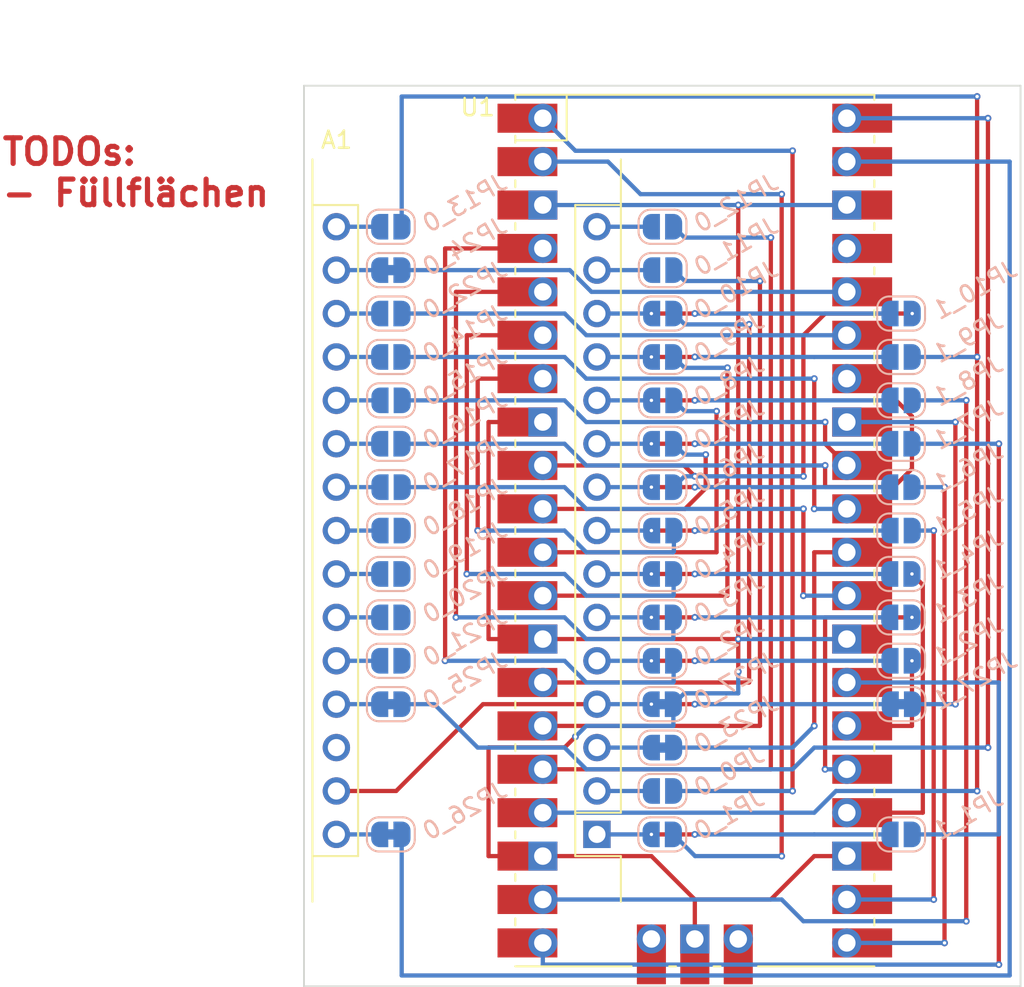
<source format=kicad_pcb>
(kicad_pcb (version 20211014) (generator pcbnew)
  (layers (0 "F.Cu" signal) (31 "B.Cu" signal) (34 "B.Paste" user) (35 "F.Paste" user) (36 "B.SilkS" user "B.Silkscreen") (37 "F.SilkS" user "F.Silkscreen") (38 "B.Mask" user) (39 "F.Mask" user) (44 "Edge.Cuts" user))
  (net 0 "")
  (net 1 "/GPIO1")
  (net 2 "/GPIO0")
  (net 3 "GND")
  (net 4 "/GPIO2")
  (net 5 "/GPIO3")
  (net 6 "/GPIO4")
  (net 7 "/GPIO5")
  (net 8 "/GPIO6")
  (net 9 "/GPIO7")
  (net 10 "/GPIO8")
  (net 11 "/GPIO9")
  (net 12 "/GPIO10")
  (net 13 "/GPIO11")
  (net 14 "/GPIO12")
  (net 15 "/GPIO13")
  (net 16 "/GPIO26_ADC0")
  (net 17 "/GPIO27_ADC1")
  (net 18 "/GPIO14")
  (net 19 "/GPIO15")
  (net 20 "/GPIO16")
  (net 21 "/GPIO17")
  (net 22 "/GPIO18")
  (net 23 "/GPIO19")
  (net 24 "/GPIO20")
  (net 25 "/GPIO21")
  (net 26 "/GPIO22")
  (net 27 "/RUN")
  (net 28 "/GPIO28_ADC2")
  (net 29 "/ADC_VREF")
  (net 30 "/3V3")
  (net 31 "/VSYS")
  (net 32 "/VBUS")
  (net 33 "/D0{slash}RX")
  (net 34 "/D1{slash}TX")
  (net 35 "/~{RESET}")
  (net 36 "/D2")
  (net 37 "/D3")
  (net 38 "/D4")
  (net 39 "/D5")
  (net 40 "/D6")
  (net 41 "/D7")
  (net 42 "/D8")
  (net 43 "/D9")
  (net 44 "/D10")
  (net 45 "/D11")
  (net 46 "/D12")
  (net 47 "/D13")
  (net 48 "/A0")
  (net 49 "/A1")
  (net 50 "/A2")
  (net 51 "/A3")
  (net 52 "/A4")
  (net 53 "/A5")
  (net 54 "/A6")
  (net 55 "/A7")
  (net 56 "/+5V")
  (net 57 "/VIN")
  (net 58 "/AGND")
  (net 59 "/AREF")
  (net 63 "/3V3_pico")
  (net 64 "/GND_pico")
  (footprint "MCU_RaspberryPi_and_Boards:RPi_Pico_SMD_TH" (layer "F.Cu") (at 153.67 107.315)
    (fp_text reference "U1")
    (fp_text value "Pico")
  )
  (footprint "Module:Arduino_Nano_WithMountingHoles" (layer "F.Cu") (at 147.945 125.095 180)
    (fp_text reference "A1")
    (fp_text value "Arduino_Nano_v3.x" hide)
  )
  (footprint "Jumper:SolderJumper-2_P1.3mm_Open_RoundedPad1.0x1.5mm" (layer "B.Cu") (at 151.78 102.235)
    (fp_text reference "JP7_0")
    (fp_text value "SolderJumper_2_Open" hide)
  )
  (footprint "Jumper:SolderJumper-2_P1.3mm_Open_RoundedPad1.0x1.5mm" (layer "B.Cu") (at 165.72 104.775)
    (fp_text reference "JP6_1")
    (fp_text value "SolderJumper_2_Open" hide)
  )
  (footprint "Jumper:SolderJumper-2_P1.3mm_Open_RoundedPad1.0x1.5mm" (layer "B.Cu") (at 135.905 107.315)
    (fp_text reference "JP18_0")
    (fp_text value "SolderJumper_2_Open" hide)
  )
  (footprint "Jumper:SolderJumper-2_P1.3mm_Open_RoundedPad1.0x1.5mm" (layer "B.Cu") (at 151.795 92.075)
    (fp_text reference "JP11_0")
    (fp_text value "SolderJumper_2_Open" hide)
  )
  (footprint "Jumper:SolderJumper-2_P1.3mm_Bridged_RoundedPad1.0x1.5mm" (layer "B.Cu") (at 165.75 117.475)
    (fp_text reference "JP27_1")
    (fp_text value "SolderJumper_2_Bridged" hide)
  )
  (footprint "Jumper:SolderJumper-2_P1.3mm_Open_RoundedPad1.0x1.5mm" (layer "B.Cu") (at 165.735 97.155)
    (fp_text reference "JP9_1")
    (fp_text value "SolderJumper_2_Open" hide)
  )
  (footprint "Jumper:SolderJumper-2_P1.3mm_Open_RoundedPad1.0x1.5mm" (layer "B.Cu") (at 135.905 104.775)
    (fp_text reference "JP17_0")
    (fp_text value "SolderJumper_2_Open" hide)
  )
  (footprint "Jumper:SolderJumper-2_P1.3mm_Open_RoundedPad1.0x1.5mm" (layer "B.Cu") (at 151.765 112.395)
    (fp_text reference "JP3_0")
    (fp_text value "SolderJumper_2_Open" hide)
  )
  (footprint "Jumper:SolderJumper-2_P1.3mm_Open_RoundedPad1.0x1.5mm" (layer "B.Cu") (at 151.78 114.935)
    (fp_text reference "JP2_0")
    (fp_text value "SolderJumper_2_Open" hide)
  )
  (footprint "Jumper:SolderJumper-2_P1.3mm_Bridged_RoundedPad1.0x1.5mm" (layer "B.Cu") (at 135.89 92.075)
    (fp_text reference "JP24_0")
    (fp_text value "SolderJumper_2_Bridged" hide)
  )
  (footprint "Jumper:SolderJumper-2_P1.3mm_Open_RoundedPad1.0x1.5mm" (layer "B.Cu") (at 165.72 109.855)
    (fp_text reference "JP4_1")
    (fp_text value "SolderJumper_2_Open" hide)
  )
  (footprint "Jumper:SolderJumper-2_P1.3mm_Open_RoundedPad1.0x1.5mm" (layer "B.Cu") (at 151.765 125.095)
    (fp_text reference "JP1_0")
    (fp_text value "SolderJumper_2_Open" hide)
  )
  (footprint "Jumper:SolderJumper-2_P1.3mm_Bridged_RoundedPad1.0x1.5mm" (layer "B.Cu") (at 151.765 117.475)
    (fp_text reference "JP27_0")
    (fp_text value "SolderJumper_2_Bridged" hide)
  )
  (footprint "Jumper:SolderJumper-2_P1.3mm_Open_RoundedPad1.0x1.5mm" (layer "B.Cu") (at 165.735 107.315)
    (fp_text reference "JP5_1")
    (fp_text value "SolderJumper_2_Open" hide)
  )
  (footprint "Jumper:SolderJumper-2_P1.3mm_Open_RoundedPad1.0x1.5mm" (layer "B.Cu") (at 165.72 112.395)
    (fp_text reference "JP3_1")
    (fp_text value "SolderJumper_2_Open" hide)
  )
  (footprint "Jumper:SolderJumper-2_P1.3mm_Open_RoundedPad1.0x1.5mm" (layer "B.Cu") (at 151.78 89.535)
    (fp_text reference "JP12_0")
    (fp_text value "SolderJumper_2_Open" hide)
  )
  (footprint "Jumper:SolderJumper-2_P1.3mm_Open_RoundedPad1.0x1.5mm" (layer "B.Cu") (at 151.78 104.775)
    (fp_text reference "JP6_0")
    (fp_text value "SolderJumper_2_Open" hide)
  )
  (footprint "Jumper:SolderJumper-2_P1.3mm_Open_RoundedPad1.0x1.5mm" (layer "B.Cu") (at 151.795 94.615)
    (fp_text reference "JP10_0")
    (fp_text value "SolderJumper_2_Open" hide)
  )
  (footprint "Jumper:SolderJumper-2_P1.3mm_Open_RoundedPad1.0x1.5mm" (layer "B.Cu") (at 151.78 122.555)
    (fp_text reference "JP0_0")
    (fp_text value "SolderJumper_2_Open" hide)
  )
  (footprint "Jumper:SolderJumper-2_P1.3mm_Bridged_RoundedPad1.0x1.5mm" (layer "B.Cu") (at 135.89 117.475)
    (fp_text reference "JP25_0")
    (fp_text value "SolderJumper_2_Bridged" hide)
  )
  (footprint "Jumper:SolderJumper-2_P1.3mm_Open_RoundedPad1.0x1.5mm" (layer "B.Cu") (at 135.89 97.155)
    (fp_text reference "JP14_0")
    (fp_text value "SolderJumper_2_Open" hide)
  )
  (footprint "Jumper:SolderJumper-2_P1.3mm_Open_RoundedPad1.0x1.5mm" (layer "B.Cu") (at 135.905 99.695)
    (fp_text reference "JP15_0")
    (fp_text value "SolderJumper_2_Open" hide)
  )
  (footprint "Jumper:SolderJumper-2_P1.3mm_Bridged_RoundedPad1.0x1.5mm" (layer "B.Cu") (at 135.89 125.095)
    (fp_text reference "JP26_0")
    (fp_text value "SolderJumper_2_Bridged" hide)
  )
  (footprint "Jumper:SolderJumper-2_P1.3mm_Open_RoundedPad1.0x1.5mm" (layer "B.Cu") (at 151.795 99.695)
    (fp_text reference "JP8_0")
    (fp_text value "SolderJumper_2_Open" hide)
  )
  (footprint "Jumper:SolderJumper-2_P1.3mm_Open_RoundedPad1.0x1.5mm" (layer "B.Cu") (at 165.735 94.615)
    (fp_text reference "JP10_1")
    (fp_text value "SolderJumper_2_Open" hide)
  )
  (footprint "Jumper:SolderJumper-2_P1.3mm_Open_RoundedPad1.0x1.5mm" (layer "B.Cu") (at 151.795 107.315)
    (fp_text reference "JP5_0")
    (fp_text value "SolderJumper_2_Open" hide)
  )
  (footprint "Jumper:SolderJumper-2_P1.3mm_Open_RoundedPad1.0x1.5mm" (layer "B.Cu") (at 135.89 94.615)
    (fp_text reference "JP22_0")
    (fp_text value "SolderJumper_2_Open" hide)
  )
  (footprint "Jumper:SolderJumper-2_P1.3mm_Open_RoundedPad1.0x1.5mm" (layer "B.Cu") (at 135.89 89.535)
    (fp_text reference "JP13_0")
    (fp_text value "SolderJumper_2_Open" hide)
  )
  (footprint "Jumper:SolderJumper-2_P1.3mm_Open_RoundedPad1.0x1.5mm" (layer "B.Cu") (at 165.735 114.935)
    (fp_text reference "JP2_1")
    (fp_text value "SolderJumper_2_Open" hide)
  )
  (footprint "Jumper:SolderJumper-2_P1.3mm_Open_RoundedPad1.0x1.5mm" (layer "B.Cu") (at 135.89 109.855)
    (fp_text reference "JP19_0")
    (fp_text value "SolderJumper_2_Open" hide)
  )
  (footprint "Jumper:SolderJumper-2_P1.3mm_Open_RoundedPad1.0x1.5mm" (layer "B.Cu") (at 165.72 102.235)
    (fp_text reference "JP7_1")
    (fp_text value "SolderJumper_2_Open" hide)
  )
  (footprint "Jumper:SolderJumper-2_P1.3mm_Open_RoundedPad1.0x1.5mm" (layer "B.Cu") (at 135.89 114.935)
    (fp_text reference "JP21_0")
    (fp_text value "SolderJumper_2_Open" hide)
  )
  (footprint "Jumper:SolderJumper-2_P1.3mm_Open_RoundedPad1.0x1.5mm" (layer "B.Cu") (at 135.89 102.235)
    (fp_text reference "JP16_0")
    (fp_text value "SolderJumper_2_Open" hide)
  )
  (footprint "Jumper:SolderJumper-2_P1.3mm_Open_RoundedPad1.0x1.5mm" (layer "B.Cu") (at 165.735 99.695)
    (fp_text reference "JP8_1")
    (fp_text value "SolderJumper_2_Open" hide)
  )
  (footprint "Jumper:SolderJumper-2_P1.3mm_Open_RoundedPad1.0x1.5mm" (layer "B.Cu") (at 151.78 97.155)
    (fp_text reference "JP9_0")
    (fp_text value "SolderJumper_2_Open" hide)
  )
  (footprint "Jumper:SolderJumper-2_P1.3mm_Open_RoundedPad1.0x1.5mm" (layer "B.Cu") (at 135.89 112.395)
    (fp_text reference "JP20_0")
    (fp_text value "SolderJumper_2_Open" hide)
  )
  (footprint "Jumper:SolderJumper-2_P1.3mm_Bridged_RoundedPad1.0x1.5mm" (layer "B.Cu") (at 151.78 120.015)
    (fp_text reference "JP23_0")
    (fp_text value "SolderJumper_2_Bridged" hide)
  )
  (footprint "Jumper:SolderJumper-2_P1.3mm_Open_RoundedPad1.0x1.5mm" (layer "B.Cu") (at 151.78 109.855)
    (fp_text reference "JP4_0")
    (fp_text value "SolderJumper_2_Open" hide)
  )
  (footprint "Jumper:SolderJumper-2_P1.3mm_Open_RoundedPad1.0x1.5mm" (layer "B.Cu") (at 165.735 125.095)
    (fp_text reference "JP1_1")
    (fp_text value "SolderJumper_2_Open" hide)
  )
  (gr_line (start 172.72 133.985) (end 130.81 133.985) (layer "Edge.Cuts") (width 0.1))
  (gr_line (start 172.72 81.28) (end 172.72 133.985) (layer "Edge.Cuts") (width 0.1))
  (gr_line (start 130.81 81.28) (end 172.72 81.28) (layer "Edge.Cuts") (width 0.1))
  (gr_line (start 130.81 133.985) (end 130.81 81.28) (layer "Edge.Cuts") (width 0.1))
  (gr_text "TODOs:\n- Füllflächen" (at 113.03 86.36) (layer "F.Cu") (effects (font (size 1.5 1.5) (thickness 0.3)) (justify left)))
  (segment (start 158.75 87.63) (end 158.75 126.365) (width 0.25) (layer "F.Cu") (net 1))
  (via (at 158.75 126.365) (size 0.4) (drill 0.2) (layers "F.Cu" "B.Cu") (net 1))
  (via (at 158.75 87.63) (size 0.4) (drill 0.2) (layers "F.Cu" "B.Cu") (net 1))
  (segment (start 148.59 85.725) (end 144.78 85.725) (width 0.25) (layer "B.Cu") (net 1))
  (segment (start 158.75 87.63) (end 150.495 87.63) (width 0.25) (layer "B.Cu") (net 1))
  (segment (start 158.75 126.365) (end 153.685 126.365) (width 0.25) (layer "B.Cu") (net 1))
  (segment (start 153.685 126.365) (end 152.415 125.095) (width 0.25) (layer "B.Cu") (net 1))
  (segment (start 150.495 87.63) (end 148.59 85.725) (width 0.25) (layer "B.Cu") (net 1))
  (segment (start 159.385 85.09) (end 159.385 122.555) (width 0.25) (layer "F.Cu") (net 2))
  (via (at 159.385 85.09) (size 0.4) (drill 0.2) (layers "F.Cu" "B.Cu") (net 2))
  (via (at 159.385 122.555) (size 0.4) (drill 0.2) (layers "F.Cu" "B.Cu") (net 2))
  (segment (start 159.385 122.555) (end 152.43 122.555) (width 0.25) (layer "B.Cu") (net 2))
  (segment (start 146.685 85.09) (end 144.78 83.185) (width 0.25) (layer "B.Cu") (net 2))
  (segment (start 159.385 85.09) (end 146.685 85.09) (width 0.25) (layer "B.Cu") (net 2))
  (segment (start 153.67 117.475) (end 151.13 117.475) (width 0.25) (layer "F.Cu") (net 3))
  (segment (start 136.2025 122.555) (end 132.705 122.555) (width 0.25) (layer "F.Cu") (net 3))
  (segment (start 141.2825 117.475) (end 136.2025 122.555) (width 0.25) (layer "F.Cu") (net 3))
  (segment (start 147.945 117.475) (end 141.2825 117.475) (width 0.25) (layer "F.Cu") (net 3))
  (via (at 151.13 117.475) (size 0.4) (drill 0.2) (layers "F.Cu" "B.Cu") (net 3))
  (via (at 153.67 117.475) (size 0.4) (drill 0.2) (layers "F.Cu" "B.Cu") (net 3))
  (segment (start 147.945 117.475) (end 151.13 117.475) (width 0.25) (layer "B.Cu") (net 3))
  (segment (start 160.655 117.475) (end 153.67 117.475) (width 0.25) (layer "B.Cu") (net 3))
  (segment (start 160.655 117.475) (end 165.1 117.475) (width 0.25) (layer "B.Cu") (net 3))
  (segment (start 151.13 117.475) (end 151.115 117.475) (width 0.25) (layer "B.Cu") (net 3))
  (segment (start 139.065 90.805) (end 144.78 90.805) (width 0.25) (layer "F.Cu") (net 4))
  (segment (start 139.065 114.935) (end 139.065 90.805) (width 0.25) (layer "F.Cu") (net 4))
  (via (at 139.065 114.935) (size 0.4) (drill 0.2) (layers "F.Cu" "B.Cu") (net 4))
  (segment (start 152.43 116.175) (end 152.43 114.935) (width 0.25) (layer "B.Cu") (net 4))
  (segment (start 152.4 116.205) (end 152.43 116.175) (width 0.25) (layer "B.Cu") (net 4))
  (segment (start 139.065 114.935) (end 146.05 114.935) (width 0.25) (layer "B.Cu") (net 4))
  (segment (start 147.32 116.205) (end 152.4 116.205) (width 0.25) (layer "B.Cu") (net 4))
  (segment (start 146.05 114.935) (end 147.32 116.205) (width 0.25) (layer "B.Cu") (net 4))
  (segment (start 139.7 112.395) (end 139.7 93.345) (width 0.25) (layer "F.Cu") (net 5))
  (segment (start 139.7 93.345) (end 144.78 93.345) (width 0.25) (layer "F.Cu") (net 5))
  (via (at 139.7 112.395) (size 0.4) (drill 0.2) (layers "F.Cu" "B.Cu") (net 5))
  (segment (start 139.7 112.395) (end 146.05 112.395) (width 0.25) (layer "B.Cu") (net 5))
  (segment (start 152.415 113.65) (end 152.415 112.395) (width 0.25) (layer "B.Cu") (net 5))
  (segment (start 146.05 112.395) (end 147.32 113.665) (width 0.25) (layer "B.Cu") (net 5))
  (segment (start 152.4 113.665) (end 152.415 113.65) (width 0.25) (layer "B.Cu") (net 5))
  (segment (start 147.32 113.665) (end 152.4 113.665) (width 0.25) (layer "B.Cu") (net 5))
  (segment (start 140.335 95.885) (end 144.78 95.885) (width 0.25) (layer "F.Cu") (net 6))
  (segment (start 140.335 109.855) (end 140.335 95.885) (width 0.25) (layer "F.Cu") (net 6))
  (via (at 140.335 109.855) (size 0.4) (drill 0.2) (layers "F.Cu" "B.Cu") (net 6))
  (segment (start 146.05 109.855) (end 147.32 111.125) (width 0.25) (layer "B.Cu") (net 6))
  (segment (start 152.4 111.125) (end 152.43 111.095) (width 0.25) (layer "B.Cu") (net 6))
  (segment (start 152.43 111.095) (end 152.43 109.855) (width 0.25) (layer "B.Cu") (net 6))
  (segment (start 140.335 109.855) (end 146.05 109.855) (width 0.25) (layer "B.Cu") (net 6))
  (segment (start 147.32 111.125) (end 152.4 111.125) (width 0.25) (layer "B.Cu") (net 6))
  (segment (start 140.97 107.315) (end 140.97 98.425) (width 0.25) (layer "F.Cu") (net 7))
  (segment (start 140.97 98.425) (end 144.78 98.425) (width 0.25) (layer "F.Cu") (net 7))
  (via (at 140.97 107.315) (size 0.4) (drill 0.2) (layers "F.Cu" "B.Cu") (net 7))
  (segment (start 147.32 108.585) (end 152.4 108.585) (width 0.25) (layer "B.Cu") (net 7))
  (segment (start 146.05 107.315) (end 147.32 108.585) (width 0.25) (layer "B.Cu") (net 7))
  (segment (start 152.4 108.585) (end 152.445 108.54) (width 0.25) (layer "B.Cu") (net 7))
  (segment (start 140.97 107.315) (end 146.05 107.315) (width 0.25) (layer "B.Cu") (net 7))
  (segment (start 152.445 108.54) (end 152.445 107.315) (width 0.25) (layer "B.Cu") (net 7))
  (segment (start 161.29 94.615) (end 166.385 94.615) (width 0.25) (layer "F.Cu") (net 8))
  (segment (start 153.035 103.505) (end 153.67 104.14) (width 0.25) (layer "F.Cu") (net 8))
  (segment (start 160.02 104.14) (end 160.02 95.885) (width 0.25) (layer "F.Cu") (net 8))
  (segment (start 144.78 103.505) (end 153.035 103.505) (width 0.25) (layer "F.Cu") (net 8))
  (segment (start 160.02 95.885) (end 161.29 94.615) (width 0.25) (layer "F.Cu") (net 8))
  (via (at 160.02 104.14) (size 0.4) (drill 0.2) (layers "F.Cu" "B.Cu") (net 8))
  (via (at 166.385 94.615) (size 0.4) (drill 0.2) (layers "F.Cu" "B.Cu") (net 8))
  (via (at 153.67 104.14) (size 0.4) (drill 0.2) (layers "F.Cu" "B.Cu") (net 8))
  (segment (start 153.065 104.14) (end 152.43 104.775) (width 0.25) (layer "B.Cu") (net 8))
  (segment (start 153.67 104.14) (end 160.02 104.14) (width 0.25) (layer "B.Cu") (net 8))
  (segment (start 153.67 104.14) (end 153.065 104.14) (width 0.25) (layer "B.Cu") (net 8))
  (segment (start 154.305 104.840036) (end 153.100036 106.045) (width 0.25) (layer "F.Cu") (net 9))
  (segment (start 153.100036 106.045) (end 144.78 106.045) (width 0.25) (layer "F.Cu") (net 9))
  (segment (start 154.305 102.87) (end 154.305 104.840036) (width 0.25) (layer "F.Cu") (net 9))
  (via (at 154.305 102.87) (size 0.4) (drill 0.2) (layers "F.Cu" "B.Cu") (net 9))
  (segment (start 154.305 102.87) (end 153.065 102.87) (width 0.25) (layer "B.Cu") (net 9))
  (segment (start 153.065 102.87) (end 152.43 102.235) (width 0.25) (layer "B.Cu") (net 9))
  (segment (start 154.94 100.33) (end 154.94 108.585) (width 0.25) (layer "F.Cu") (net 10))
  (segment (start 154.94 108.585) (end 144.78 108.585) (width 0.25) (layer "F.Cu") (net 10))
  (via (at 154.94 100.33) (size 0.4) (drill 0.2) (layers "F.Cu" "B.Cu") (net 10))
  (segment (start 154.94 100.33) (end 153.08 100.33) (width 0.25) (layer "B.Cu") (net 10))
  (segment (start 153.08 100.33) (end 152.445 99.695) (width 0.25) (layer "B.Cu") (net 10))
  (segment (start 155.575 111.125) (end 144.78 111.125) (width 0.25) (layer "F.Cu") (net 11))
  (segment (start 155.575 97.79) (end 155.575 111.125) (width 0.25) (layer "F.Cu") (net 11))
  (via (at 155.575 97.79) (size 0.4) (drill 0.2) (layers "F.Cu" "B.Cu") (net 11))
  (segment (start 155.575 97.79) (end 153.065 97.79) (width 0.25) (layer "B.Cu") (net 11))
  (segment (start 153.065 97.79) (end 152.43 97.155) (width 0.25) (layer "B.Cu") (net 11))
  (segment (start 156.845 116.205) (end 144.78 116.205) (width 0.25) (layer "F.Cu") (net 12))
  (segment (start 156.845 95.25) (end 156.845 116.205) (width 0.25) (layer "F.Cu") (net 12))
  (via (at 156.845 95.25) (size 0.4) (drill 0.2) (layers "F.Cu" "B.Cu") (net 12))
  (segment (start 153.08 95.25) (end 152.445 94.615) (width 0.25) (layer "B.Cu") (net 12))
  (segment (start 156.845 95.25) (end 153.08 95.25) (width 0.25) (layer "B.Cu") (net 12))
  (segment (start 157.48 118.745) (end 144.78 118.745) (width 0.25) (layer "F.Cu") (net 13))
  (segment (start 157.48 92.71) (end 157.48 118.745) (width 0.25) (layer "F.Cu") (net 13))
  (via (at 157.48 92.71) (size 0.4) (drill 0.2) (layers "F.Cu" "B.Cu") (net 13))
  (segment (start 157.48 92.71) (end 153.08 92.71) (width 0.25) (layer "B.Cu") (net 13))
  (segment (start 153.08 92.71) (end 152.445 92.075) (width 0.25) (layer "B.Cu") (net 13))
  (segment (start 158.115 90.17) (end 158.115 121.285) (width 0.25) (layer "F.Cu") (net 14))
  (segment (start 158.115 121.285) (end 144.78 121.285) (width 0.25) (layer "F.Cu") (net 14))
  (via (at 158.115 90.17) (size 0.4) (drill 0.2) (layers "F.Cu" "B.Cu") (net 14))
  (segment (start 158.115 90.17) (end 153.065 90.17) (width 0.25) (layer "B.Cu") (net 14))
  (segment (start 153.065 90.17) (end 152.43 89.535) (width 0.25) (layer "B.Cu") (net 14))
  (segment (start 170.18 97.155) (end 170.18 81.915) (width 0.25) (layer "F.Cu") (net 15))
  (segment (start 170.18 122.555) (end 170.18 97.155) (width 0.25) (layer "F.Cu") (net 15))
  (via (at 170.18 81.915) (size 0.4) (drill 0.2) (layers "F.Cu" "B.Cu") (net 15))
  (via (at 170.18 122.555) (size 0.4) (drill 0.2) (layers "F.Cu" "B.Cu") (net 15))
  (via (at 170.18 97.155) (size 0.4) (drill 0.2) (layers "F.Cu" "B.Cu") (net 15))
  (segment (start 170.18 97.155) (end 166.385 97.155) (width 0.25) (layer "B.Cu") (net 15))
  (segment (start 170.18 122.555) (end 161.925 122.555) (width 0.25) (layer "B.Cu") (net 15))
  (segment (start 136.525 89.52) (end 136.54 89.535) (width 0.25) (layer "B.Cu") (net 15))
  (segment (start 170.18 81.915) (end 136.525 81.915) (width 0.25) (layer "B.Cu") (net 15))
  (segment (start 160.655 123.825) (end 144.78 123.825) (width 0.25) (layer "B.Cu") (net 15))
  (segment (start 161.925 122.555) (end 160.655 123.825) (width 0.25) (layer "B.Cu") (net 15))
  (segment (start 136.525 81.915) (end 136.525 89.52) (width 0.25) (layer "B.Cu") (net 15))
  (segment (start 160.655 98.425) (end 160.655 106.045) (width 0.25) (layer "F.Cu") (net 16))
  (via (at 160.655 98.425) (size 0.4) (drill 0.2) (layers "F.Cu" "B.Cu") (net 16))
  (via (at 160.655 106.045) (size 0.4) (drill 0.2) (layers "F.Cu" "B.Cu") (net 16))
  (segment (start 147.32 98.425) (end 146.05 97.155) (width 0.25) (layer "B.Cu") (net 16))
  (segment (start 160.655 98.425) (end 147.32 98.425) (width 0.25) (layer "B.Cu") (net 16))
  (segment (start 146.05 97.155) (end 136.54 97.155) (width 0.25) (layer "B.Cu") (net 16))
  (segment (start 160.655 106.045) (end 162.56 106.045) (width 0.25) (layer "B.Cu") (net 16))
  (segment (start 162.56 103.505) (end 161.29 102.235) (width 0.25) (layer "F.Cu") (net 17))
  (segment (start 161.29 100.965) (end 161.29 102.235) (width 0.25) (layer "F.Cu") (net 17))
  (via (at 161.29 100.965) (size 0.4) (drill 0.2) (layers "F.Cu" "B.Cu") (net 17))
  (segment (start 161.29 100.965) (end 147.32 100.965) (width 0.25) (layer "B.Cu") (net 17))
  (segment (start 147.32 100.965) (end 146.05 99.695) (width 0.25) (layer "B.Cu") (net 17))
  (segment (start 146.05 99.695) (end 136.555 99.695) (width 0.25) (layer "B.Cu") (net 17))
  (segment (start 169.545 130.175) (end 169.545 99.695) (width 0.25) (layer "F.Cu") (net 18))
  (via (at 169.545 130.175) (size 0.4) (drill 0.2) (layers "F.Cu" "B.Cu") (net 18))
  (via (at 169.545 99.695) (size 0.4) (drill 0.2) (layers "F.Cu" "B.Cu") (net 18))
  (segment (start 169.545 99.695) (end 166.385 99.695) (width 0.25) (layer "B.Cu") (net 18))
  (segment (start 158.75 128.905) (end 144.78 128.905) (width 0.25) (layer "B.Cu") (net 18))
  (segment (start 160.02 130.175) (end 158.75 128.905) (width 0.25) (layer "B.Cu") (net 18))
  (segment (start 169.545 130.175) (end 160.02 130.175) (width 0.25) (layer "B.Cu") (net 18))
  (segment (start 171.45 102.235) (end 171.45 132.715) (width 0.25) (layer "F.Cu") (net 19))
  (via (at 171.45 132.715) (size 0.4) (drill 0.2) (layers "F.Cu" "B.Cu") (net 19))
  (via (at 171.45 102.235) (size 0.4) (drill 0.2) (layers "F.Cu" "B.Cu") (net 19))
  (segment (start 171.45 102.235) (end 166.37 102.235) (width 0.25) (layer "B.Cu") (net 19))
  (segment (start 144.78 132.715) (end 144.78 131.445) (width 0.25) (layer "B.Cu") (net 19))
  (segment (start 171.45 132.715) (end 144.78 132.715) (width 0.25) (layer "B.Cu") (net 19))
  (segment (start 168.275 104.775) (end 168.275 131.445) (width 0.25) (layer "F.Cu") (net 20))
  (via (at 168.275 104.775) (size 0.4) (drill 0.2) (layers "F.Cu" "B.Cu") (net 20))
  (via (at 168.275 131.445) (size 0.4) (drill 0.2) (layers "F.Cu" "B.Cu") (net 20))
  (segment (start 168.275 131.445) (end 162.56 131.445) (width 0.25) (layer "B.Cu") (net 20))
  (segment (start 166.37 104.775) (end 168.275 104.775) (width 0.25) (layer "B.Cu") (net 20))
  (segment (start 167.64 107.315) (end 167.64 128.905) (width 0.25) (layer "F.Cu") (net 21))
  (via (at 167.64 107.315) (size 0.4) (drill 0.2) (layers "F.Cu" "B.Cu") (net 21))
  (via (at 167.64 128.905) (size 0.4) (drill 0.2) (layers "F.Cu" "B.Cu") (net 21))
  (segment (start 167.64 128.905) (end 162.56 128.905) (width 0.25) (layer "B.Cu") (net 21))
  (segment (start 166.385 107.315) (end 167.64 107.315) (width 0.25) (layer "B.Cu") (net 21))
  (segment (start 162.56 123.825) (end 167.005 123.825) (width 0.25) (layer "F.Cu") (net 22))
  (segment (start 167.005 110.49) (end 166.37 109.855) (width 0.25) (layer "F.Cu") (net 22))
  (segment (start 167.005 123.825) (end 167.005 110.49) (width 0.25) (layer "F.Cu") (net 22))
  (via (at 166.37 109.855) (size 0.4) (drill 0.2) (layers "F.Cu" "B.Cu") (net 22))
  (segment (start 161.29 121.285) (end 161.29 112.395) (width 0.25) (layer "F.Cu") (net 23))
  (segment (start 161.29 112.395) (end 166.37 112.395) (width 0.25) (layer "F.Cu") (net 23))
  (via (at 161.29 121.285) (size 0.4) (drill 0.2) (layers "F.Cu" "B.Cu") (net 23))
  (via (at 166.37 112.395) (size 0.4) (drill 0.2) (layers "F.Cu" "B.Cu") (net 23))
  (segment (start 162.56 121.285) (end 161.29 121.285) (width 0.25) (layer "B.Cu") (net 23))
  (segment (start 166.37 114.935) (end 166.37 118.745) (width 0.25) (layer "F.Cu") (net 24))
  (segment (start 166.37 118.745) (end 162.56 118.745) (width 0.25) (layer "F.Cu") (net 24))
  (via (at 166.37 114.935) (size 0.4) (drill 0.2) (layers "F.Cu" "B.Cu") (net 24))
  (segment (start 166.385 125.095) (end 171.45 125.095) (width 0.25) (layer "B.Cu") (net 25))
  (segment (start 171.45 116.205) (end 162.56 116.205) (width 0.25) (layer "B.Cu") (net 25))
  (segment (start 171.45 125.095) (end 171.45 116.205) (width 0.25) (layer "B.Cu") (net 25))
  (segment (start 160.02 111.125) (end 160.02 106.045) (width 0.25) (layer "F.Cu") (net 26))
  (via (at 160.02 106.045) (size 0.4) (drill 0.2) (layers "F.Cu" "B.Cu") (net 26))
  (via (at 160.02 111.125) (size 0.4) (drill 0.2) (layers "F.Cu" "B.Cu") (net 26))
  (segment (start 160.02 106.045) (end 147.32 106.045) (width 0.25) (layer "B.Cu") (net 26))
  (segment (start 160.02 111.125) (end 162.56 111.125) (width 0.25) (layer "B.Cu") (net 26))
  (segment (start 147.32 106.045) (end 146.05 104.775) (width 0.25) (layer "B.Cu") (net 26))
  (segment (start 146.05 104.775) (end 136.555 104.775) (width 0.25) (layer "B.Cu") (net 26))
  (segment (start 160.655 118.745) (end 160.655 108.585) (width 0.25) (layer "F.Cu") (net 27))
  (segment (start 160.655 108.585) (end 162.56 108.585) (width 0.25) (layer "F.Cu") (net 27))
  (via (at 160.655 118.745) (size 0.4) (drill 0.2) (layers "F.Cu" "B.Cu") (net 27))
  (segment (start 152.43 120.015) (end 159.385 120.015) (width 0.25) (layer "B.Cu") (net 27))
  (segment (start 159.385 120.015) (end 160.655 118.745) (width 0.25) (layer "B.Cu") (net 27))
  (segment (start 161.29 104.775) (end 165.294 104.775) (width 0.25) (layer "F.Cu") (net 28))
  (segment (start 161.29 103.505) (end 161.29 104.775) (width 0.25) (layer "F.Cu") (net 28))
  (segment (start 166.37 103.699) (end 166.37 100.625) (width 0.25) (layer "F.Cu") (net 28))
  (segment (start 164.17 98.425) (end 162.56 98.425) (width 0.25) (layer "F.Cu") (net 28))
  (segment (start 166.37 100.625) (end 164.17 98.425) (width 0.25) (layer "F.Cu") (net 28))
  (segment (start 165.294 104.775) (end 166.37 103.699) (width 0.25) (layer "F.Cu") (net 28))
  (via (at 161.29 103.505) (size 0.4) (drill 0.2) (layers "F.Cu" "B.Cu") (net 28))
  (segment (start 147.32 103.505) (end 149.225 103.505) (width 0.25) (layer "B.Cu") (net 28))
  (segment (start 149.225 103.505) (end 161.29 103.505) (width 0.25) (layer "B.Cu") (net 28))
  (segment (start 136.54 102.235) (end 146.05 102.235) (width 0.25) (layer "B.Cu") (net 28))
  (segment (start 146.05 102.235) (end 147.32 103.505) (width 0.25) (layer "B.Cu") (net 28))
  (segment (start 146.057786 94.615) (end 146.057841 94.614945) (width 0.25) (layer "B.Cu") (net 29))
  (segment (start 146.057841 94.614945) (end 147.327896 95.885) (width 0.25) (layer "B.Cu") (net 29))
  (segment (start 136.54 94.615) (end 146.057786 94.615) (width 0.25) (layer "B.Cu") (net 29))
  (segment (start 147.327896 95.885) (end 162.56 95.885) (width 0.25) (layer "B.Cu") (net 29))
  (segment (start 132.705 92.075) (end 135.24 92.075) (width 0.25) (layer "B.Cu") (net 30))
  (segment (start 136.525 125.11) (end 136.525 133.35) (width 0.25) (layer "B.Cu") (net 31))
  (segment (start 172.085 85.725) (end 162.56 85.725) (width 0.25) (layer "B.Cu") (net 31))
  (segment (start 136.525 133.35) (end 172.085 133.35) (width 0.25) (layer "B.Cu") (net 31))
  (segment (start 136.54 125.095) (end 136.525 125.11) (width 0.25) (layer "B.Cu") (net 31))
  (segment (start 172.085 133.35) (end 172.085 85.725) (width 0.25) (layer "B.Cu") (net 31))
  (segment (start 170.815 120.015) (end 170.815 83.185) (width 0.25) (layer "F.Cu") (net 32))
  (via (at 170.815 83.185) (size 0.4) (drill 0.2) (layers "F.Cu" "B.Cu") (net 32))
  (via (at 170.815 120.015) (size 0.4) (drill 0.2) (layers "F.Cu" "B.Cu") (net 32))
  (segment (start 140.97 120.015) (end 138.43 117.475) (width 0.25) (layer "B.Cu") (net 32))
  (segment (start 162.56 83.185) (end 170.815 83.185) (width 0.25) (layer "B.Cu") (net 32))
  (segment (start 146.05 120.015) (end 140.97 120.015) (width 0.25) (layer "B.Cu") (net 32))
  (segment (start 159.385 121.285) (end 147.32 121.285) (width 0.25) (layer "B.Cu") (net 32))
  (segment (start 170.815 120.015) (end 160.655 120.015) (width 0.25) (layer "B.Cu") (net 32))
  (segment (start 147.32 121.285) (end 146.05 120.015) (width 0.25) (layer "B.Cu") (net 32))
  (segment (start 160.655 120.015) (end 159.385 121.285) (width 0.25) (layer "B.Cu") (net 32))
  (segment (start 138.43 117.475) (end 136.54 117.475) (width 0.25) (layer "B.Cu") (net 32))
  (segment (start 147.945 122.555) (end 151.13 122.555) (width 0.25) (layer "B.Cu") (net 33))
  (segment (start 153.67 125.095) (end 151.13 125.095) (width 0.25) (layer "F.Cu") (net 34))
  (via (at 151.13 125.095) (size 0.4) (drill 0.2) (layers "F.Cu" "B.Cu") (net 34))
  (via (at 153.67 125.095) (size 0.4) (drill 0.2) (layers "F.Cu" "B.Cu") (net 34))
  (segment (start 160.655 125.095) (end 165.085 125.095) (width 0.25) (layer "B.Cu") (net 34))
  (segment (start 160.655 125.095) (end 153.67 125.095) (width 0.25) (layer "B.Cu") (net 34))
  (segment (start 151.13 125.095) (end 151.115 125.095) (width 0.25) (layer "B.Cu") (net 34))
  (segment (start 147.945 125.095) (end 151.13 125.095) (width 0.25) (layer "B.Cu") (net 34))
  (segment (start 147.945 120.015) (end 151.13 120.015) (width 0.25) (layer "B.Cu") (net 35))
  (segment (start 153.67 114.935) (end 151.13 114.935) (width 0.25) (layer "F.Cu") (net 36))
  (via (at 151.13 114.935) (size 0.4) (drill 0.2) (layers "F.Cu" "B.Cu") (net 36))
  (via (at 153.67 114.935) (size 0.4) (drill 0.2) (layers "F.Cu" "B.Cu") (net 36))
  (segment (start 160.655 114.935) (end 165.085 114.935) (width 0.25) (layer "B.Cu") (net 36))
  (segment (start 160.655 114.935) (end 153.67 114.935) (width 0.25) (layer "B.Cu") (net 36))
  (segment (start 147.945 114.935) (end 151.13 114.935) (width 0.25) (layer "B.Cu") (net 36))
  (segment (start 153.67 112.395) (end 151.13 112.395) (width 0.25) (layer "F.Cu") (net 37))
  (via (at 151.13 112.395) (size 0.4) (drill 0.2) (layers "F.Cu" "B.Cu") (net 37))
  (via (at 153.67 112.395) (size 0.4) (drill 0.2) (layers "F.Cu" "B.Cu") (net 37))
  (segment (start 160.655 112.395) (end 153.67 112.395) (width 0.25) (layer "B.Cu") (net 37))
  (segment (start 160.655 112.395) (end 165.07 112.395) (width 0.25) (layer "B.Cu") (net 37))
  (segment (start 147.945 112.395) (end 151.115 112.395) (width 0.25) (layer "B.Cu") (net 37))
  (segment (start 153.67 109.855) (end 151.13 109.855) (width 0.25) (layer "F.Cu") (net 38))
  (via (at 151.13 109.855) (size 0.4) (drill 0.2) (layers "F.Cu" "B.Cu") (net 38))
  (via (at 153.67 109.855) (size 0.4) (drill 0.2) (layers "F.Cu" "B.Cu") (net 38))
  (segment (start 147.945 109.855) (end 151.13 109.855) (width 0.25) (layer "B.Cu") (net 38))
  (segment (start 160.655 109.855) (end 153.67 109.855) (width 0.25) (layer "B.Cu") (net 38))
  (segment (start 160.655 109.855) (end 165.07 109.855) (width 0.25) (layer "B.Cu") (net 38))
  (segment (start 153.67 107.315) (end 151.13 107.315) (width 0.25) (layer "F.Cu") (net 39))
  (via (at 153.67 107.315) (size 0.4) (drill 0.2) (layers "F.Cu" "B.Cu") (net 39))
  (via (at 151.13 107.315) (size 0.4) (drill 0.2) (layers "F.Cu" "B.Cu") (net 39))
  (segment (start 147.945 107.315) (end 151.145 107.315) (width 0.25) (layer "B.Cu") (net 39))
  (segment (start 165.085 107.315) (end 153.67 107.315) (width 0.25) (layer "B.Cu") (net 39))
  (segment (start 153.67 104.775) (end 151.13 104.775) (width 0.25) (layer "F.Cu") (net 40))
  (via (at 153.67 104.775) (size 0.4) (drill 0.2) (layers "F.Cu" "B.Cu") (net 40))
  (via (at 151.13 104.775) (size 0.4) (drill 0.2) (layers "F.Cu" "B.Cu") (net 40))
  (segment (start 165.07 104.775) (end 153.67 104.775) (width 0.25) (layer "B.Cu") (net 40))
  (segment (start 147.945 104.775) (end 151.13 104.775) (width 0.25) (layer "B.Cu") (net 40))
  (segment (start 153.67 102.235) (end 151.13 102.235) (width 0.25) (layer "F.Cu") (net 41))
  (via (at 153.67 102.235) (size 0.4) (drill 0.2) (layers "F.Cu" "B.Cu") (net 41))
  (via (at 151.13 102.235) (size 0.4) (drill 0.2) (layers "F.Cu" "B.Cu") (net 41))
  (segment (start 147.945 102.235) (end 151.13 102.235) (width 0.25) (layer "B.Cu") (net 41))
  (segment (start 165.07 102.235) (end 153.67 102.235) (width 0.25) (layer "B.Cu") (net 41))
  (segment (start 153.67 99.695) (end 151.13 99.695) (width 0.25) (layer "F.Cu") (net 42))
  (via (at 151.13 99.695) (size 0.4) (drill 0.2) (layers "F.Cu" "B.Cu") (net 42))
  (via (at 153.67 99.695) (size 0.4) (drill 0.2) (layers "F.Cu" "B.Cu") (net 42))
  (segment (start 153.67 99.695) (end 165.085 99.695) (width 0.25) (layer "B.Cu") (net 42))
  (segment (start 147.945 99.695) (end 151.13 99.695) (width 0.25) (layer "B.Cu") (net 42))
  (segment (start 151.13 99.695) (end 151.145 99.695) (width 0.25) (layer "B.Cu") (net 42))
  (segment (start 153.67 97.155) (end 151.13 97.155) (width 0.25) (layer "F.Cu") (net 43))
  (via (at 151.13 97.155) (size 0.4) (drill 0.2) (layers "F.Cu" "B.Cu") (net 43))
  (via (at 153.67 97.155) (size 0.4) (drill 0.2) (layers "F.Cu" "B.Cu") (net 43))
  (segment (start 160.655 97.155) (end 153.67 97.155) (width 0.25) (layer "B.Cu") (net 43))
  (segment (start 147.945 97.155) (end 151.13 97.155) (width 0.25) (layer "B.Cu") (net 43))
  (segment (start 160.655 97.155) (end 165.085 97.155) (width 0.25) (layer "B.Cu") (net 43))
  (segment (start 153.67 94.615) (end 151.13 94.615) (width 0.25) (layer "F.Cu") (net 44))
  (via (at 153.67 94.615) (size 0.4) (drill 0.2) (layers "F.Cu" "B.Cu") (net 44))
  (via (at 151.13 94.615) (size 0.4) (drill 0.2) (layers "F.Cu" "B.Cu") (net 44))
  (segment (start 147.945 94.615) (end 151.145 94.615) (width 0.25) (layer "B.Cu") (net 44))
  (segment (start 165.085 94.615) (end 153.67 94.615) (width 0.25) (layer "B.Cu") (net 44))
  (segment (start 147.945 92.075) (end 151.145 92.075) (width 0.25) (layer "B.Cu") (net 45))
  (segment (start 147.945 89.535) (end 151.13 89.535) (width 0.25) (layer "B.Cu") (net 46))
  (segment (start 132.705 89.535) (end 135.24 89.535) (width 0.25) (layer "B.Cu") (net 47))
  (segment (start 132.705 97.155) (end 135.24 97.155) (width 0.25) (layer "B.Cu") (net 48))
  (segment (start 132.705 99.695) (end 135.255 99.695) (width 0.25) (layer "B.Cu") (net 49))
  (segment (start 132.705 102.235) (end 135.24 102.235) (width 0.25) (layer "B.Cu") (net 50))
  (segment (start 132.705 104.775) (end 135.255 104.775) (width 0.25) (layer "B.Cu") (net 51))
  (segment (start 132.705 107.315) (end 135.255 107.315) (width 0.25) (layer "B.Cu") (net 52))
  (segment (start 132.705 109.855) (end 135.24 109.855) (width 0.25) (layer "B.Cu") (net 53))
  (segment (start 132.705 112.395) (end 135.24 112.395) (width 0.25) (layer "B.Cu") (net 54))
  (segment (start 132.705 114.935) (end 135.24 114.935) (width 0.25) (layer "B.Cu") (net 55))
  (segment (start 132.705 117.475) (end 135.24 117.475) (width 0.25) (layer "B.Cu") (net 56))
  (segment (start 132.705 125.095) (end 135.24 125.095) (width 0.25) (layer "B.Cu") (net 57))
  (segment (start 168.91 117.475) (end 168.91 100.965) (width 0.25) (layer "F.Cu") (net 58))
  (via (at 168.91 117.475) (size 0.4) (drill 0.2) (layers "F.Cu" "B.Cu") (net 58))
  (via (at 168.91 100.965) (size 0.4) (drill 0.2) (layers "F.Cu" "B.Cu") (net 58))
  (segment (start 162.56 100.965) (end 168.91 100.965) (width 0.25) (layer "B.Cu") (net 58))
  (segment (start 168.91 117.475) (end 166.4 117.475) (width 0.25) (layer "B.Cu") (net 58))
  (segment (start 132.705 94.615) (end 135.24 94.615) (width 0.25) (layer "B.Cu") (net 59))
  (segment (start 136.54 92.075) (end 146.354009 92.075) (width 0.25) (layer "B.Cu") (net 63))
  (segment (start 146.354009 92.075) (end 147.624009 93.345) (width 0.25) (layer "B.Cu") (net 63))
  (segment (start 147.624009 93.345) (end 162.56 93.345) (width 0.25) (layer "B.Cu") (net 63))
  (segment (start 156.21 113.665) (end 156.21 115.57) (width 0.25) (layer "F.Cu") (net 64))
  (segment (start 151.13 126.365) (end 153.67 128.905) (width 0.25) (layer "F.Cu") (net 64))
  (segment (start 141.605 113.665) (end 144.78 113.665) (width 0.25) (layer "F.Cu") (net 64))
  (segment (start 141.614864 120.005136) (end 141.605 120.015) (width 0.25) (layer "F.Cu") (net 64))
  (segment (start 146.05 120.015) (end 146.040136 120.005136) (width 0.25) (layer "F.Cu") (net 64))
  (segment (start 160.655 126.365) (end 158.115 128.905) (width 0.25) (layer "F.Cu") (net 64))
  (segment (start 144.78 100.965) (end 141.605 100.965) (width 0.25) (layer "F.Cu") (net 64))
  (segment (start 153.67 128.905) (end 153.67 131.215) (width 0.25) (layer "F.Cu") (net 64))
  (segment (start 146.685 119.38) (end 146.05 120.015) (width 0.25) (layer "F.Cu") (net 64))
  (segment (start 146.040136 120.005136) (end 141.614864 120.005136) (width 0.25) (layer "F.Cu") (net 64))
  (segment (start 141.605 100.965) (end 141.605 113.665) (width 0.25) (layer "F.Cu") (net 64))
  (segment (start 144.78 126.365) (end 151.13 126.365) (width 0.25) (layer "F.Cu") (net 64))
  (segment (start 144.78 113.665) (end 156.21 113.665) (width 0.25) (layer "F.Cu") (net 64))
  (segment (start 141.605 120.015) (end 141.605 126.365) (width 0.25) (layer "F.Cu") (net 64))
  (segment (start 141.605 126.365) (end 144.78 126.365) (width 0.25) (layer "F.Cu") (net 64))
  (segment (start 158.115 128.905) (end 153.67 128.905) (width 0.25) (layer "F.Cu") (net 64))
  (segment (start 162.56 126.365) (end 160.655 126.365) (width 0.25) (layer "F.Cu") (net 64))
  (segment (start 156.21 88.265) (end 156.21 113.665) (width 0.25) (layer "F.Cu") (net 64))
  (via (at 156.21 113.665) (size 0.4) (drill 0.2) (layers "F.Cu" "B.Cu") (net 64))
  (via (at 146.685 119.38) (size 0.4) (drill 0.2) (layers "F.Cu" "B.Cu") (net 64))
  (via (at 156.21 88.265) (size 0.4) (drill 0.2) (layers "F.Cu" "B.Cu") (net 64))
  (via (at 156.21 115.57) (size 0.4) (drill 0.2) (layers "F.Cu" "B.Cu") (net 64))
  (segment (start 152.4 118.745) (end 152.415 118.73) (width 0.25) (layer "B.Cu") (net 64))
  (segment (start 146.685 119.38) (end 147.32 118.745) (width 0.25) (layer "B.Cu") (net 64))
  (segment (start 152.415 118.73) (end 152.415 117.475) (width 0.25) (layer "B.Cu") (net 64))
  (segment (start 156.21 116.84) (end 153.05 116.84) (width 0.25) (layer "B.Cu") (net 64))
  (segment (start 144.78 88.265) (end 156.21 88.265) (width 0.25) (layer "B.Cu") (net 64))
  (segment (start 147.32 118.745) (end 152.4 118.745) (width 0.25) (layer "B.Cu") (net 64))
  (segment (start 156.21 113.665) (end 162.56 113.665) (width 0.25) (layer "B.Cu") (net 64))
  (segment (start 153.05 116.84) (end 152.415 117.475) (width 0.25) (layer "B.Cu") (net 64))
  (segment (start 156.21 88.265) (end 162.56 88.265) (width 0.25) (layer "B.Cu") (net 64))
  (segment (start 156.21 115.57) (end 156.21 116.84) (width 0.25) (layer "B.Cu") (net 64))
)
</source>
